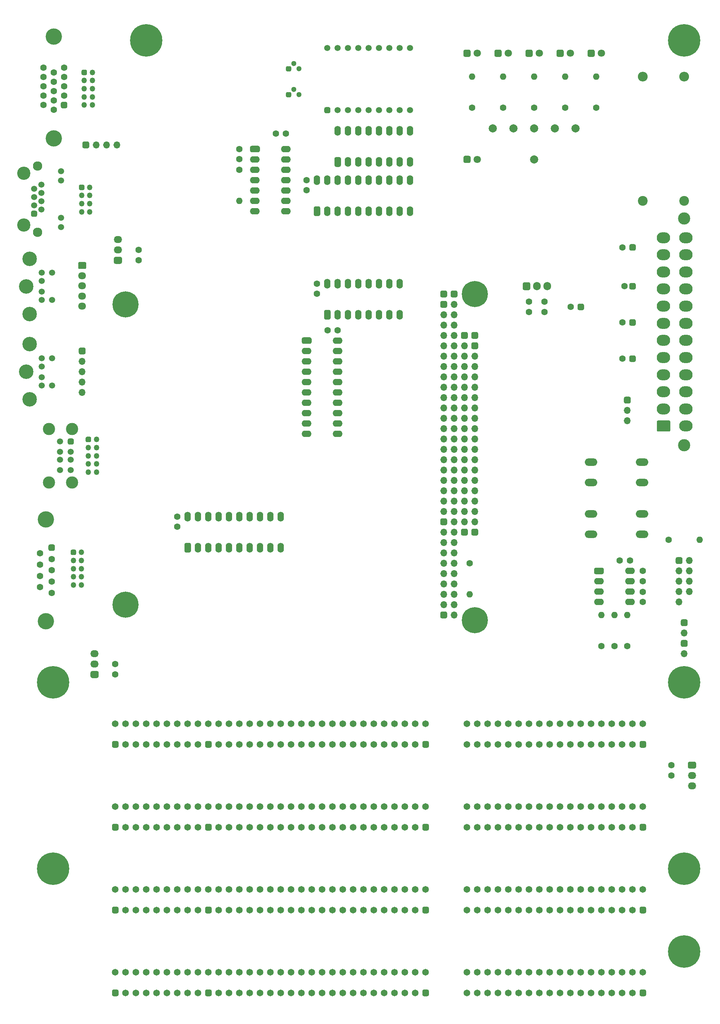
<source format=gbr>
%TF.GenerationSoftware,KiCad,Pcbnew,(5.1.10)-1*%
%TF.CreationDate,2021-11-29T02:04:30-08:00*%
%TF.ProjectId,matx-pc104,6d617478-2d70-4633-9130-342e6b696361,rev?*%
%TF.SameCoordinates,PX18392c0PYda028c0*%
%TF.FileFunction,Soldermask,Bot*%
%TF.FilePolarity,Negative*%
%FSLAX46Y46*%
G04 Gerber Fmt 4.6, Leading zero omitted, Abs format (unit mm)*
G04 Created by KiCad (PCBNEW (5.1.10)-1) date 2021-11-29 02:04:30*
%MOMM*%
%LPD*%
G01*
G04 APERTURE LIST*
%ADD10O,2.400000X2.400000*%
%ADD11C,2.400000*%
%ADD12C,1.600000*%
%ADD13O,1.700000X1.700000*%
%ADD14C,4.000000*%
%ADD15C,1.509000*%
%ADD16C,3.555000*%
%ADD17O,1.600000X1.600000*%
%ADD18C,1.800000*%
%ADD19O,1.350000X1.350000*%
%ADD20O,1.950000X1.700000*%
%ADD21C,2.000000*%
%ADD22O,2.400000X1.600000*%
%ADD23C,3.000000*%
%ADD24C,1.500000*%
%ADD25C,2.300000*%
%ADD26C,3.250000*%
%ADD27O,1.600000X2.400000*%
%ADD28C,1.300000*%
%ADD29O,2.030000X1.730000*%
%ADD30O,3.048000X1.850000*%
%ADD31O,1.905000X2.000000*%
%ADD32C,6.400000*%
%ADD33C,1.651000*%
%ADD34O,3.300000X2.700000*%
%ADD35C,7.924800*%
G04 APERTURE END LIST*
D10*
%TO.C,R13*%
X154940000Y194310000D03*
D11*
X154940000Y163830000D03*
%TD*%
D10*
%TO.C,R12*%
X144780000Y194310000D03*
D11*
X144780000Y163830000D03*
%TD*%
D12*
%TO.C,C14*%
X62230000Y168910000D03*
X62230000Y166410000D03*
%TD*%
D13*
%TO.C,J10*%
X154940000Y52705000D03*
G36*
G01*
X154090000Y54820000D02*
X154090000Y55670000D01*
G75*
G02*
X154515000Y56095000I425000J0D01*
G01*
X155365000Y56095000D01*
G75*
G02*
X155790000Y55670000I0J-425000D01*
G01*
X155790000Y54820000D01*
G75*
G02*
X155365000Y54395000I-425000J0D01*
G01*
X154515000Y54395000D01*
G75*
G02*
X154090000Y54820000I0J425000D01*
G01*
G37*
%TD*%
%TO.C,J14*%
G36*
G01*
X2267000Y188125000D02*
X3067000Y188125000D01*
G75*
G02*
X3467000Y187725000I0J-400000D01*
G01*
X3467000Y186925000D01*
G75*
G02*
X3067000Y186525000I-400000J0D01*
G01*
X2267000Y186525000D01*
G75*
G02*
X1867000Y186925000I0J400000D01*
G01*
X1867000Y187725000D01*
G75*
G02*
X2267000Y188125000I400000J0D01*
G01*
G37*
D12*
X2667000Y189615000D03*
X2667000Y191905000D03*
X2667000Y194195000D03*
X2667000Y196485000D03*
X127000Y186180000D03*
X127000Y188470000D03*
X127000Y190760000D03*
X127000Y193050000D03*
X127000Y195340000D03*
X-2413000Y187325000D03*
X-2413000Y189615000D03*
X-2413000Y191905000D03*
X-2413000Y194195000D03*
X-2413000Y196485000D03*
D14*
X167000Y204140000D03*
X167000Y179140000D03*
%TD*%
D15*
%TO.C,J19*%
X-2794000Y144145000D03*
X-2794000Y141545000D03*
X-2794000Y146195000D03*
X-2794000Y139495000D03*
X-304000Y146195000D03*
X-304000Y139495000D03*
D16*
X-6604000Y142845000D03*
X-5794000Y136085000D03*
X-5794000Y149605000D03*
%TD*%
D15*
%TO.C,J21*%
X-2794000Y123190000D03*
X-2794000Y120590000D03*
X-2794000Y125240000D03*
X-2794000Y118540000D03*
X-304000Y125240000D03*
X-304000Y118540000D03*
D16*
X-6604000Y121890000D03*
X-5794000Y115130000D03*
X-5794000Y128650000D03*
%TD*%
D12*
%TO.C,R11*%
X102235000Y74930000D03*
D17*
X102235000Y67310000D03*
%TD*%
%TO.C,D6*%
G36*
G01*
X100700000Y173540000D02*
X100700000Y174440000D01*
G75*
G02*
X101150000Y174890000I450000J0D01*
G01*
X102050000Y174890000D01*
G75*
G02*
X102500000Y174440000I0J-450000D01*
G01*
X102500000Y173540000D01*
G75*
G02*
X102050000Y173090000I-450000J0D01*
G01*
X101150000Y173090000D01*
G75*
G02*
X100700000Y173540000I0J450000D01*
G01*
G37*
D18*
X104140000Y173990000D03*
%TD*%
%TO.C,J16*%
G36*
G01*
X8426000Y176696000D02*
X7576000Y176696000D01*
G75*
G02*
X7151000Y177121000I0J425000D01*
G01*
X7151000Y177971000D01*
G75*
G02*
X7576000Y178396000I425000J0D01*
G01*
X8426000Y178396000D01*
G75*
G02*
X8851000Y177971000I0J-425000D01*
G01*
X8851000Y177121000D01*
G75*
G02*
X8426000Y176696000I-425000J0D01*
G01*
G37*
D13*
X10541000Y177546000D03*
X13081000Y177546000D03*
X15621000Y177546000D03*
%TD*%
%TO.C,J26*%
G36*
G01*
X4278000Y77259500D02*
X4278000Y77934500D01*
G75*
G02*
X4615500Y78272000I337500J0D01*
G01*
X5290500Y78272000D01*
G75*
G02*
X5628000Y77934500I0J-337500D01*
G01*
X5628000Y77259500D01*
G75*
G02*
X5290500Y76922000I-337500J0D01*
G01*
X4615500Y76922000D01*
G75*
G02*
X4278000Y77259500I0J337500D01*
G01*
G37*
D19*
X6953000Y77597000D03*
X4953000Y75597000D03*
X6953000Y75597000D03*
X4953000Y73597000D03*
X6953000Y73597000D03*
X4953000Y71597000D03*
X6953000Y71597000D03*
X4953000Y69597000D03*
X6953000Y69597000D03*
%TD*%
%TO.C,J24*%
X10636000Y97283000D03*
X8636000Y97283000D03*
X10636000Y99283000D03*
X8636000Y99283000D03*
X10636000Y101283000D03*
X8636000Y101283000D03*
X10636000Y103283000D03*
X8636000Y103283000D03*
X10636000Y105283000D03*
G36*
G01*
X7961000Y104945500D02*
X7961000Y105620500D01*
G75*
G02*
X8298500Y105958000I337500J0D01*
G01*
X8973500Y105958000D01*
G75*
G02*
X9311000Y105620500I0J-337500D01*
G01*
X9311000Y104945500D01*
G75*
G02*
X8973500Y104608000I-337500J0D01*
G01*
X8298500Y104608000D01*
G75*
G02*
X7961000Y104945500I0J337500D01*
G01*
G37*
%TD*%
%TO.C,J22*%
G36*
G01*
X6262000Y126575000D02*
X6262000Y127425000D01*
G75*
G02*
X6687000Y127850000I425000J0D01*
G01*
X7537000Y127850000D01*
G75*
G02*
X7962000Y127425000I0J-425000D01*
G01*
X7962000Y126575000D01*
G75*
G02*
X7537000Y126150000I-425000J0D01*
G01*
X6687000Y126150000D01*
G75*
G02*
X6262000Y126575000I0J425000D01*
G01*
G37*
D13*
X7112000Y124460000D03*
X7112000Y121920000D03*
X7112000Y119380000D03*
X7112000Y116840000D03*
%TD*%
%TO.C,J20*%
G36*
G01*
X6387000Y148805000D02*
X7837000Y148805000D01*
G75*
G02*
X8087000Y148555000I0J-250000D01*
G01*
X8087000Y147355000D01*
G75*
G02*
X7837000Y147105000I-250000J0D01*
G01*
X6387000Y147105000D01*
G75*
G02*
X6137000Y147355000I0J250000D01*
G01*
X6137000Y148555000D01*
G75*
G02*
X6387000Y148805000I250000J0D01*
G01*
G37*
D20*
X7112000Y145455000D03*
X7112000Y142955000D03*
X7112000Y140455000D03*
X7112000Y137955000D03*
%TD*%
%TO.C,J18*%
G36*
G01*
X6310000Y166794500D02*
X6310000Y167469500D01*
G75*
G02*
X6647500Y167807000I337500J0D01*
G01*
X7322500Y167807000D01*
G75*
G02*
X7660000Y167469500I0J-337500D01*
G01*
X7660000Y166794500D01*
G75*
G02*
X7322500Y166457000I-337500J0D01*
G01*
X6647500Y166457000D01*
G75*
G02*
X6310000Y166794500I0J337500D01*
G01*
G37*
D19*
X8985000Y167132000D03*
X6985000Y165132000D03*
X8985000Y165132000D03*
X6985000Y163132000D03*
X8985000Y163132000D03*
X6985000Y161132000D03*
X8985000Y161132000D03*
%TD*%
%TO.C,J15*%
G36*
G01*
X6945000Y194988500D02*
X6945000Y195663500D01*
G75*
G02*
X7282500Y196001000I337500J0D01*
G01*
X7957500Y196001000D01*
G75*
G02*
X8295000Y195663500I0J-337500D01*
G01*
X8295000Y194988500D01*
G75*
G02*
X7957500Y194651000I-337500J0D01*
G01*
X7282500Y194651000D01*
G75*
G02*
X6945000Y194988500I0J337500D01*
G01*
G37*
X9620000Y195326000D03*
X7620000Y193326000D03*
X9620000Y193326000D03*
X7620000Y191326000D03*
X9620000Y191326000D03*
X7620000Y189326000D03*
X9620000Y189326000D03*
X7620000Y187326000D03*
X9620000Y187326000D03*
%TD*%
%TO.C,J25*%
G36*
G01*
X-781000Y79540000D02*
X19000Y79540000D01*
G75*
G02*
X419000Y79140000I0J-400000D01*
G01*
X419000Y78340000D01*
G75*
G02*
X19000Y77940000I-400000J0D01*
G01*
X-781000Y77940000D01*
G75*
G02*
X-1181000Y78340000I0J400000D01*
G01*
X-1181000Y79140000D01*
G75*
G02*
X-781000Y79540000I400000J0D01*
G01*
G37*
D12*
X-381000Y75970000D03*
X-381000Y73200000D03*
X-381000Y70430000D03*
X-381000Y67660000D03*
X-3221000Y77355000D03*
X-3221000Y74585000D03*
X-3221000Y71815000D03*
X-3221000Y69045000D03*
D14*
X-1801000Y85700000D03*
X-1801000Y60700000D03*
%TD*%
D21*
%TO.C,TP5*%
X128270000Y181610000D03*
%TD*%
%TO.C,TP4*%
X123190000Y181610000D03*
%TD*%
%TO.C,TP3*%
X118110000Y181610000D03*
%TD*%
%TO.C,TP2*%
X113030000Y181610000D03*
%TD*%
%TO.C,TP1*%
X107950000Y181610000D03*
%TD*%
%TO.C,TP6*%
X118110000Y173990000D03*
%TD*%
D22*
%TO.C,U7*%
X57150000Y176530000D03*
X49530000Y161290000D03*
X57150000Y173990000D03*
X49530000Y163830000D03*
X57150000Y171450000D03*
X49530000Y166370000D03*
X57150000Y168910000D03*
X49530000Y168910000D03*
X57150000Y166370000D03*
X49530000Y171450000D03*
X57150000Y163830000D03*
X49530000Y173990000D03*
X57150000Y161290000D03*
G36*
G01*
X48330000Y176130000D02*
X48330000Y176930000D01*
G75*
G02*
X48730000Y177330000I400000J0D01*
G01*
X50330000Y177330000D01*
G75*
G02*
X50730000Y176930000I0J-400000D01*
G01*
X50730000Y176130000D01*
G75*
G02*
X50330000Y175730000I-400000J0D01*
G01*
X48730000Y175730000D01*
G75*
G02*
X48330000Y176130000I0J400000D01*
G01*
G37*
%TD*%
D12*
%TO.C,R10*%
X45720000Y171450000D03*
D17*
X45720000Y163830000D03*
%TD*%
D12*
%TO.C,C16*%
X57150000Y180340000D03*
X54650000Y180340000D03*
%TD*%
%TO.C,C15*%
X45720000Y176530000D03*
X45720000Y174030000D03*
%TD*%
%TO.C,J8*%
G36*
G01*
X152820000Y75140000D02*
X152820000Y75990000D01*
G75*
G02*
X153245000Y76415000I425000J0D01*
G01*
X154095000Y76415000D01*
G75*
G02*
X154520000Y75990000I0J-425000D01*
G01*
X154520000Y75140000D01*
G75*
G02*
X154095000Y74715000I-425000J0D01*
G01*
X153245000Y74715000D01*
G75*
G02*
X152820000Y75140000I0J425000D01*
G01*
G37*
D13*
X156210000Y75565000D03*
X153670000Y73025000D03*
X156210000Y73025000D03*
X153670000Y70485000D03*
X156210000Y70485000D03*
X153670000Y67945000D03*
X156210000Y67945000D03*
X153670000Y65405000D03*
%TD*%
%TO.C,U4*%
G36*
G01*
X61030000Y129140000D02*
X61030000Y129940000D01*
G75*
G02*
X61430000Y130340000I400000J0D01*
G01*
X63030000Y130340000D01*
G75*
G02*
X63430000Y129940000I0J-400000D01*
G01*
X63430000Y129140000D01*
G75*
G02*
X63030000Y128740000I-400000J0D01*
G01*
X61430000Y128740000D01*
G75*
G02*
X61030000Y129140000I0J400000D01*
G01*
G37*
D22*
X69850000Y106680000D03*
X62230000Y127000000D03*
X69850000Y109220000D03*
X62230000Y124460000D03*
X69850000Y111760000D03*
X62230000Y121920000D03*
X69850000Y114300000D03*
X62230000Y119380000D03*
X69850000Y116840000D03*
X62230000Y116840000D03*
X69850000Y119380000D03*
X62230000Y114300000D03*
X69850000Y121920000D03*
X62230000Y111760000D03*
X69850000Y124460000D03*
X62230000Y109220000D03*
X69850000Y127000000D03*
X62230000Y106680000D03*
X69850000Y129540000D03*
%TD*%
%TO.C,JP1*%
G36*
G01*
X140120000Y114510000D02*
X140120000Y115360000D01*
G75*
G02*
X140545000Y115785000I425000J0D01*
G01*
X141395000Y115785000D01*
G75*
G02*
X141820000Y115360000I0J-425000D01*
G01*
X141820000Y114510000D01*
G75*
G02*
X141395000Y114085000I-425000J0D01*
G01*
X140545000Y114085000D01*
G75*
G02*
X140120000Y114510000I0J425000D01*
G01*
G37*
D13*
X140970000Y112395000D03*
X140970000Y109855000D03*
%TD*%
D23*
%TO.C,J23*%
X4668000Y94705000D03*
X4668000Y107845000D03*
G36*
G01*
X3943000Y105525000D02*
X4693000Y105525000D01*
G75*
G02*
X5068000Y105150000I0J-375000D01*
G01*
X5068000Y104400000D01*
G75*
G02*
X4693000Y104025000I-375000J0D01*
G01*
X3943000Y104025000D01*
G75*
G02*
X3568000Y104400000I0J375000D01*
G01*
X3568000Y105150000D01*
G75*
G02*
X3943000Y105525000I375000J0D01*
G01*
G37*
D24*
X4318000Y102275000D03*
X4318000Y100275000D03*
X4318000Y97775000D03*
D23*
X-1012000Y107845000D03*
X-1012000Y94705000D03*
D24*
X1698000Y104775000D03*
X1698000Y102275000D03*
X1698000Y100275000D03*
X1698000Y97775000D03*
%TD*%
%TO.C,J17*%
X1909000Y171075000D03*
X1909000Y168785000D03*
X1909000Y159645000D03*
X1909000Y157355000D03*
D25*
X-3801000Y156085000D03*
X-3801000Y172345000D03*
D26*
X-7231000Y170565000D03*
X-7231000Y157865000D03*
D24*
X-2911000Y167767000D03*
X-2911000Y165735000D03*
X-2911000Y163703000D03*
X-2911000Y161671000D03*
X-4691000Y166751000D03*
X-4691000Y164719000D03*
X-4691000Y162687000D03*
G36*
G01*
X-4316000Y159905000D02*
X-5066000Y159905000D01*
G75*
G02*
X-5441000Y160280000I0J375000D01*
G01*
X-5441000Y161030000D01*
G75*
G02*
X-5066000Y161405000I375000J0D01*
G01*
X-4316000Y161405000D01*
G75*
G02*
X-3941000Y161030000I0J-375000D01*
G01*
X-3941000Y160280000D01*
G75*
G02*
X-4316000Y159905000I-375000J0D01*
G01*
G37*
%TD*%
D27*
%TO.C,RN1*%
X69850000Y180975000D03*
X87630000Y173355000D03*
X72390000Y180975000D03*
X85090000Y173355000D03*
X74930000Y180975000D03*
X82550000Y173355000D03*
X77470000Y180975000D03*
X80010000Y173355000D03*
X80010000Y180975000D03*
X77470000Y173355000D03*
X82550000Y180975000D03*
X74930000Y173355000D03*
X85090000Y180975000D03*
X72390000Y173355000D03*
X87630000Y180975000D03*
G36*
G01*
X70250000Y172155000D02*
X69450000Y172155000D01*
G75*
G02*
X69050000Y172555000I0J400000D01*
G01*
X69050000Y174155000D01*
G75*
G02*
X69450000Y174555000I400000J0D01*
G01*
X70250000Y174555000D01*
G75*
G02*
X70650000Y174155000I0J-400000D01*
G01*
X70650000Y172555000D01*
G75*
G02*
X70250000Y172155000I-400000J0D01*
G01*
G37*
%TD*%
%TO.C,Q2*%
G36*
G01*
X57135000Y189540000D02*
X57135000Y190190000D01*
G75*
G02*
X57460000Y190515000I325000J0D01*
G01*
X58110000Y190515000D01*
G75*
G02*
X58435000Y190190000I0J-325000D01*
G01*
X58435000Y189540000D01*
G75*
G02*
X58110000Y189215000I-325000J0D01*
G01*
X57460000Y189215000D01*
G75*
G02*
X57135000Y189540000I0J325000D01*
G01*
G37*
D28*
X60325000Y189865000D03*
X59055000Y191135000D03*
%TD*%
%TO.C,Q1*%
G36*
G01*
X57135000Y195890000D02*
X57135000Y196540000D01*
G75*
G02*
X57460000Y196865000I325000J0D01*
G01*
X58110000Y196865000D01*
G75*
G02*
X58435000Y196540000I0J-325000D01*
G01*
X58435000Y195890000D01*
G75*
G02*
X58110000Y195565000I-325000J0D01*
G01*
X57460000Y195565000D01*
G75*
G02*
X57135000Y195890000I0J325000D01*
G01*
G37*
X60325000Y196215000D03*
X59055000Y197485000D03*
%TD*%
D27*
%TO.C,U6*%
X64770000Y168910000D03*
X87630000Y161290000D03*
X67310000Y168910000D03*
X85090000Y161290000D03*
X69850000Y168910000D03*
X82550000Y161290000D03*
X72390000Y168910000D03*
X80010000Y161290000D03*
X74930000Y168910000D03*
X77470000Y161290000D03*
X77470000Y168910000D03*
X74930000Y161290000D03*
X80010000Y168910000D03*
X72390000Y161290000D03*
X82550000Y168910000D03*
X69850000Y161290000D03*
X85090000Y168910000D03*
X67310000Y161290000D03*
X87630000Y168910000D03*
G36*
G01*
X65170000Y160090000D02*
X64370000Y160090000D01*
G75*
G02*
X63970000Y160490000I0J400000D01*
G01*
X63970000Y162090000D01*
G75*
G02*
X64370000Y162490000I400000J0D01*
G01*
X65170000Y162490000D01*
G75*
G02*
X65570000Y162090000I0J-400000D01*
G01*
X65570000Y160490000D01*
G75*
G02*
X65170000Y160090000I-400000J0D01*
G01*
G37*
%TD*%
D12*
%TO.C,C22*%
X151765000Y25360000D03*
X151765000Y22860000D03*
%TD*%
%TO.C,C21*%
X15240000Y47665000D03*
X15240000Y50165000D03*
%TD*%
%TO.C,C20*%
X20955000Y149265000D03*
X20955000Y151765000D03*
%TD*%
%TO.C,C13*%
X30480000Y86360000D03*
X30480000Y83860000D03*
%TD*%
%TO.C,C12*%
X67350000Y132080000D03*
X69850000Y132080000D03*
%TD*%
%TO.C,C11*%
X64770000Y141010000D03*
X64770000Y143510000D03*
%TD*%
%TO.C,J12*%
G36*
G01*
X11175000Y48057500D02*
X11175000Y47192500D01*
G75*
G02*
X10742500Y46760000I-432500J0D01*
G01*
X9577500Y46760000D01*
G75*
G02*
X9145000Y47192500I0J432500D01*
G01*
X9145000Y48057500D01*
G75*
G02*
X9577500Y48490000I432500J0D01*
G01*
X10742500Y48490000D01*
G75*
G02*
X11175000Y48057500I0J-432500D01*
G01*
G37*
D29*
X10160000Y50165000D03*
X10160000Y52705000D03*
%TD*%
D24*
%TO.C,U8*%
X67310000Y201295000D03*
X69850000Y201295000D03*
X72390000Y201295000D03*
X74930000Y201295000D03*
X77470000Y201295000D03*
X80010000Y201295000D03*
X82550000Y201295000D03*
X85090000Y201295000D03*
X87630000Y201295000D03*
X87630000Y186055000D03*
X85090000Y186055000D03*
X82550000Y186055000D03*
X80010000Y186055000D03*
X77470000Y186055000D03*
X74930000Y186055000D03*
X72390000Y186055000D03*
X69850000Y186055000D03*
G36*
G01*
X67685000Y185305000D02*
X66935000Y185305000D01*
G75*
G02*
X66560000Y185680000I0J375000D01*
G01*
X66560000Y186430000D01*
G75*
G02*
X66935000Y186805000I375000J0D01*
G01*
X67685000Y186805000D01*
G75*
G02*
X68060000Y186430000I0J-375000D01*
G01*
X68060000Y185680000D01*
G75*
G02*
X67685000Y185305000I-375000J0D01*
G01*
G37*
%TD*%
%TO.C,U2*%
G36*
G01*
X132785000Y72625000D02*
X132785000Y73425000D01*
G75*
G02*
X133185000Y73825000I400000J0D01*
G01*
X134785000Y73825000D01*
G75*
G02*
X135185000Y73425000I0J-400000D01*
G01*
X135185000Y72625000D01*
G75*
G02*
X134785000Y72225000I-400000J0D01*
G01*
X133185000Y72225000D01*
G75*
G02*
X132785000Y72625000I0J400000D01*
G01*
G37*
D22*
X141605000Y65405000D03*
X133985000Y70485000D03*
X141605000Y67945000D03*
X133985000Y67945000D03*
X141605000Y70485000D03*
X133985000Y65405000D03*
X141605000Y73025000D03*
%TD*%
D30*
%TO.C,SW2*%
X144580000Y86995000D03*
X144580000Y81995000D03*
X132080000Y86995000D03*
X132080000Y81995000D03*
%TD*%
%TO.C,SW1*%
X132080000Y94695000D03*
X132080000Y99695000D03*
X144580000Y94695000D03*
X144580000Y99695000D03*
%TD*%
D17*
%TO.C,R9*%
X158750000Y80645000D03*
D12*
X151130000Y80645000D03*
%TD*%
D17*
%TO.C,R3*%
X140970000Y62230000D03*
D12*
X140970000Y54610000D03*
%TD*%
D17*
%TO.C,R2*%
X134620000Y62230000D03*
D12*
X134620000Y54610000D03*
%TD*%
D17*
%TO.C,R1*%
X137795000Y62230000D03*
D12*
X137795000Y54610000D03*
%TD*%
%TO.C,J9*%
G36*
G01*
X154090000Y59900000D02*
X154090000Y60750000D01*
G75*
G02*
X154515000Y61175000I425000J0D01*
G01*
X155365000Y61175000D01*
G75*
G02*
X155790000Y60750000I0J-425000D01*
G01*
X155790000Y59900000D01*
G75*
G02*
X155365000Y59475000I-425000J0D01*
G01*
X154515000Y59475000D01*
G75*
G02*
X154090000Y59900000I0J425000D01*
G01*
G37*
D13*
X154940000Y57785000D03*
%TD*%
D12*
%TO.C,C10*%
X144780000Y65405000D03*
X144780000Y67905000D03*
%TD*%
%TO.C,C9*%
X141605000Y75565000D03*
X139105000Y75565000D03*
%TD*%
%TO.C,C8*%
X144780000Y70525000D03*
X144780000Y73025000D03*
%TD*%
D27*
%TO.C,U5*%
X33020000Y86360000D03*
X55880000Y78740000D03*
X35560000Y86360000D03*
X53340000Y78740000D03*
X38100000Y86360000D03*
X50800000Y78740000D03*
X40640000Y86360000D03*
X48260000Y78740000D03*
X43180000Y86360000D03*
X45720000Y78740000D03*
X45720000Y86360000D03*
X43180000Y78740000D03*
X48260000Y86360000D03*
X40640000Y78740000D03*
X50800000Y86360000D03*
X38100000Y78740000D03*
X53340000Y86360000D03*
X35560000Y78740000D03*
X55880000Y86360000D03*
G36*
G01*
X33420000Y77540000D02*
X32620000Y77540000D01*
G75*
G02*
X32220000Y77940000I0J400000D01*
G01*
X32220000Y79540000D01*
G75*
G02*
X32620000Y79940000I400000J0D01*
G01*
X33420000Y79940000D01*
G75*
G02*
X33820000Y79540000I0J-400000D01*
G01*
X33820000Y77940000D01*
G75*
G02*
X33420000Y77540000I-400000J0D01*
G01*
G37*
%TD*%
%TO.C,U3*%
X67310000Y143510000D03*
X85090000Y135890000D03*
X69850000Y143510000D03*
X82550000Y135890000D03*
X72390000Y143510000D03*
X80010000Y135890000D03*
X74930000Y143510000D03*
X77470000Y135890000D03*
X77470000Y143510000D03*
X74930000Y135890000D03*
X80010000Y143510000D03*
X72390000Y135890000D03*
X82550000Y143510000D03*
X69850000Y135890000D03*
X85090000Y143510000D03*
G36*
G01*
X67710000Y134690000D02*
X66910000Y134690000D01*
G75*
G02*
X66510000Y135090000I0J400000D01*
G01*
X66510000Y136690000D01*
G75*
G02*
X66910000Y137090000I400000J0D01*
G01*
X67710000Y137090000D01*
G75*
G02*
X68110000Y136690000I0J-400000D01*
G01*
X68110000Y135090000D01*
G75*
G02*
X67710000Y134690000I-400000J0D01*
G01*
G37*
%TD*%
D12*
%TO.C,R8*%
X133350000Y186690000D03*
D17*
X133350000Y194310000D03*
%TD*%
D12*
%TO.C,R7*%
X125730000Y186690000D03*
D17*
X125730000Y194310000D03*
%TD*%
D12*
%TO.C,R6*%
X118110000Y186690000D03*
D17*
X118110000Y194310000D03*
%TD*%
D12*
%TO.C,R5*%
X110490000Y186690000D03*
D17*
X110490000Y194310000D03*
%TD*%
D12*
%TO.C,R4*%
X102870000Y186690000D03*
D17*
X102870000Y194310000D03*
%TD*%
%TO.C,J13*%
G36*
G01*
X155830000Y24967500D02*
X155830000Y25832500D01*
G75*
G02*
X156262500Y26265000I432500J0D01*
G01*
X157427500Y26265000D01*
G75*
G02*
X157860000Y25832500I0J-432500D01*
G01*
X157860000Y24967500D01*
G75*
G02*
X157427500Y24535000I-432500J0D01*
G01*
X156262500Y24535000D01*
G75*
G02*
X155830000Y24967500I0J432500D01*
G01*
G37*
D29*
X156845000Y22860000D03*
X156845000Y20320000D03*
%TD*%
%TO.C,J11*%
G36*
G01*
X16890000Y149657500D02*
X16890000Y148792500D01*
G75*
G02*
X16457500Y148360000I-432500J0D01*
G01*
X15292500Y148360000D01*
G75*
G02*
X14860000Y148792500I0J432500D01*
G01*
X14860000Y149657500D01*
G75*
G02*
X15292500Y150090000I432500J0D01*
G01*
X16457500Y150090000D01*
G75*
G02*
X16890000Y149657500I0J-432500D01*
G01*
G37*
X15875000Y151765000D03*
X15875000Y154305000D03*
%TD*%
%TO.C,D5*%
G36*
G01*
X131180000Y199575000D02*
X131180000Y200475000D01*
G75*
G02*
X131630000Y200925000I450000J0D01*
G01*
X132530000Y200925000D01*
G75*
G02*
X132980000Y200475000I0J-450000D01*
G01*
X132980000Y199575000D01*
G75*
G02*
X132530000Y199125000I-450000J0D01*
G01*
X131630000Y199125000D01*
G75*
G02*
X131180000Y199575000I0J450000D01*
G01*
G37*
D18*
X134620000Y200025000D03*
%TD*%
%TO.C,D4*%
G36*
G01*
X123560000Y199575000D02*
X123560000Y200475000D01*
G75*
G02*
X124010000Y200925000I450000J0D01*
G01*
X124910000Y200925000D01*
G75*
G02*
X125360000Y200475000I0J-450000D01*
G01*
X125360000Y199575000D01*
G75*
G02*
X124910000Y199125000I-450000J0D01*
G01*
X124010000Y199125000D01*
G75*
G02*
X123560000Y199575000I0J450000D01*
G01*
G37*
X127000000Y200025000D03*
%TD*%
%TO.C,D3*%
G36*
G01*
X115940000Y199575000D02*
X115940000Y200475000D01*
G75*
G02*
X116390000Y200925000I450000J0D01*
G01*
X117290000Y200925000D01*
G75*
G02*
X117740000Y200475000I0J-450000D01*
G01*
X117740000Y199575000D01*
G75*
G02*
X117290000Y199125000I-450000J0D01*
G01*
X116390000Y199125000D01*
G75*
G02*
X115940000Y199575000I0J450000D01*
G01*
G37*
X119380000Y200025000D03*
%TD*%
%TO.C,D2*%
G36*
G01*
X108320000Y199575000D02*
X108320000Y200475000D01*
G75*
G02*
X108770000Y200925000I450000J0D01*
G01*
X109670000Y200925000D01*
G75*
G02*
X110120000Y200475000I0J-450000D01*
G01*
X110120000Y199575000D01*
G75*
G02*
X109670000Y199125000I-450000J0D01*
G01*
X108770000Y199125000D01*
G75*
G02*
X108320000Y199575000I0J450000D01*
G01*
G37*
X111760000Y200025000D03*
%TD*%
%TO.C,D1*%
G36*
G01*
X100700000Y199575000D02*
X100700000Y200475000D01*
G75*
G02*
X101150000Y200925000I450000J0D01*
G01*
X102050000Y200925000D01*
G75*
G02*
X102500000Y200475000I0J-450000D01*
G01*
X102500000Y199575000D01*
G75*
G02*
X102050000Y199125000I-450000J0D01*
G01*
X101150000Y199125000D01*
G75*
G02*
X100700000Y199575000I0J450000D01*
G01*
G37*
X104140000Y200025000D03*
%TD*%
D12*
%TO.C,C4*%
X139740000Y125095000D03*
G36*
G01*
X143040000Y125495000D02*
X143040000Y124695000D01*
G75*
G02*
X142640000Y124295000I-400000J0D01*
G01*
X141840000Y124295000D01*
G75*
G02*
X141440000Y124695000I0J400000D01*
G01*
X141440000Y125495000D01*
G75*
G02*
X141840000Y125895000I400000J0D01*
G01*
X142640000Y125895000D01*
G75*
G02*
X143040000Y125495000I0J-400000D01*
G01*
G37*
%TD*%
%TO.C,C3*%
X140240000Y142875000D03*
G36*
G01*
X143040000Y143275000D02*
X143040000Y142475000D01*
G75*
G02*
X142640000Y142075000I-400000J0D01*
G01*
X141840000Y142075000D01*
G75*
G02*
X141440000Y142475000I0J400000D01*
G01*
X141440000Y143275000D01*
G75*
G02*
X141840000Y143675000I400000J0D01*
G01*
X142640000Y143675000D01*
G75*
G02*
X143040000Y143275000I0J-400000D01*
G01*
G37*
%TD*%
D31*
%TO.C,U1*%
X121285000Y142875000D03*
X118745000Y142875000D03*
G36*
G01*
X115252500Y142351250D02*
X115252500Y143398750D01*
G75*
G02*
X115728750Y143875000I476250J0D01*
G01*
X116681250Y143875000D01*
G75*
G02*
X117157500Y143398750I0J-476250D01*
G01*
X117157500Y142351250D01*
G75*
G02*
X116681250Y141875000I-476250J0D01*
G01*
X115728750Y141875000D01*
G75*
G02*
X115252500Y142351250I0J476250D01*
G01*
G37*
%TD*%
%TO.C,C7*%
G36*
G01*
X130340000Y138195000D02*
X130340000Y137395000D01*
G75*
G02*
X129940000Y136995000I-400000J0D01*
G01*
X129140000Y136995000D01*
G75*
G02*
X128740000Y137395000I0J400000D01*
G01*
X128740000Y138195000D01*
G75*
G02*
X129140000Y138595000I400000J0D01*
G01*
X129940000Y138595000D01*
G75*
G02*
X130340000Y138195000I0J-400000D01*
G01*
G37*
D12*
X127040000Y137795000D03*
%TD*%
%TO.C,C6*%
X120650000Y136565000D03*
X120650000Y139065000D03*
%TD*%
%TO.C,C5*%
X116840000Y136565000D03*
X116840000Y139065000D03*
%TD*%
%TO.C,C2*%
X139740000Y133985000D03*
G36*
G01*
X143040000Y134385000D02*
X143040000Y133585000D01*
G75*
G02*
X142640000Y133185000I-400000J0D01*
G01*
X141840000Y133185000D01*
G75*
G02*
X141440000Y133585000I0J400000D01*
G01*
X141440000Y134385000D01*
G75*
G02*
X141840000Y134785000I400000J0D01*
G01*
X142640000Y134785000D01*
G75*
G02*
X143040000Y134385000I0J-400000D01*
G01*
G37*
%TD*%
%TO.C,C1*%
X139740000Y152400000D03*
G36*
G01*
X143040000Y152800000D02*
X143040000Y152000000D01*
G75*
G02*
X142640000Y151600000I-400000J0D01*
G01*
X141840000Y151600000D01*
G75*
G02*
X141440000Y152000000I0J400000D01*
G01*
X141440000Y152800000D01*
G75*
G02*
X141840000Y153200000I400000J0D01*
G01*
X142640000Y153200000D01*
G75*
G02*
X143040000Y152800000I0J-400000D01*
G01*
G37*
%TD*%
%TO.C,J2*%
G36*
G01*
X99275000Y141395000D02*
X99275000Y140545000D01*
G75*
G02*
X98850000Y140120000I-425000J0D01*
G01*
X98000000Y140120000D01*
G75*
G02*
X97575000Y140545000I0J425000D01*
G01*
X97575000Y141395000D01*
G75*
G02*
X98000000Y141820000I425000J0D01*
G01*
X98850000Y141820000D01*
G75*
G02*
X99275000Y141395000I0J-425000D01*
G01*
G37*
G36*
G01*
X96735000Y141395000D02*
X96735000Y140545000D01*
G75*
G02*
X96310000Y140120000I-425000J0D01*
G01*
X95460000Y140120000D01*
G75*
G02*
X95035000Y140545000I0J425000D01*
G01*
X95035000Y141395000D01*
G75*
G02*
X95460000Y141820000I425000J0D01*
G01*
X96310000Y141820000D01*
G75*
G02*
X96735000Y141395000I0J-425000D01*
G01*
G37*
D13*
X98425000Y138430000D03*
G36*
G01*
X96735000Y138855000D02*
X96735000Y138005000D01*
G75*
G02*
X96310000Y137580000I-425000J0D01*
G01*
X95460000Y137580000D01*
G75*
G02*
X95035000Y138005000I0J425000D01*
G01*
X95035000Y138855000D01*
G75*
G02*
X95460000Y139280000I425000J0D01*
G01*
X96310000Y139280000D01*
G75*
G02*
X96735000Y138855000I0J-425000D01*
G01*
G37*
X98425000Y135890000D03*
X95885000Y135890000D03*
X98425000Y133350000D03*
X95885000Y133350000D03*
X98425000Y130810000D03*
X95885000Y130810000D03*
X98425000Y128270000D03*
X95885000Y128270000D03*
X98425000Y125730000D03*
X95885000Y125730000D03*
X98425000Y123190000D03*
X95885000Y123190000D03*
X98425000Y120650000D03*
X95885000Y120650000D03*
X98425000Y118110000D03*
X95885000Y118110000D03*
X98425000Y115570000D03*
X95885000Y115570000D03*
X98425000Y113030000D03*
X95885000Y113030000D03*
X98425000Y110490000D03*
X95885000Y110490000D03*
X98425000Y107950000D03*
X95885000Y107950000D03*
X98425000Y105410000D03*
X95885000Y105410000D03*
X98425000Y102870000D03*
X95885000Y102870000D03*
X98425000Y100330000D03*
X95885000Y100330000D03*
X98425000Y97790000D03*
X95885000Y97790000D03*
X98425000Y95250000D03*
X95885000Y95250000D03*
X98425000Y92710000D03*
X95885000Y92710000D03*
X98425000Y90170000D03*
X95885000Y90170000D03*
X98425000Y87630000D03*
X95885000Y87630000D03*
X98425000Y85090000D03*
G36*
G01*
X96735000Y85515000D02*
X96735000Y84665000D01*
G75*
G02*
X96310000Y84240000I-425000J0D01*
G01*
X95460000Y84240000D01*
G75*
G02*
X95035000Y84665000I0J425000D01*
G01*
X95035000Y85515000D01*
G75*
G02*
X95460000Y85940000I425000J0D01*
G01*
X96310000Y85940000D01*
G75*
G02*
X96735000Y85515000I0J-425000D01*
G01*
G37*
X98425000Y82550000D03*
X95885000Y82550000D03*
X98425000Y80010000D03*
X95885000Y80010000D03*
X98425000Y77470000D03*
X95885000Y77470000D03*
X98425000Y74930000D03*
X95885000Y74930000D03*
X98425000Y72390000D03*
X95885000Y72390000D03*
X98425000Y69850000D03*
X95885000Y69850000D03*
X98425000Y67310000D03*
X95885000Y67310000D03*
X98425000Y64770000D03*
X95885000Y64770000D03*
X98425000Y62230000D03*
G36*
G01*
X96735000Y62655000D02*
X96735000Y61805000D01*
G75*
G02*
X96310000Y61380000I-425000J0D01*
G01*
X95460000Y61380000D01*
G75*
G02*
X95035000Y61805000I0J425000D01*
G01*
X95035000Y62655000D01*
G75*
G02*
X95460000Y63080000I425000J0D01*
G01*
X96310000Y63080000D01*
G75*
G02*
X96735000Y62655000I0J-425000D01*
G01*
G37*
%TD*%
%TO.C,J3*%
G36*
G01*
X104355000Y131235000D02*
X104355000Y130385000D01*
G75*
G02*
X103930000Y129960000I-425000J0D01*
G01*
X103080000Y129960000D01*
G75*
G02*
X102655000Y130385000I0J425000D01*
G01*
X102655000Y131235000D01*
G75*
G02*
X103080000Y131660000I425000J0D01*
G01*
X103930000Y131660000D01*
G75*
G02*
X104355000Y131235000I0J-425000D01*
G01*
G37*
G36*
G01*
X101815000Y131235000D02*
X101815000Y130385000D01*
G75*
G02*
X101390000Y129960000I-425000J0D01*
G01*
X100540000Y129960000D01*
G75*
G02*
X100115000Y130385000I0J425000D01*
G01*
X100115000Y131235000D01*
G75*
G02*
X100540000Y131660000I425000J0D01*
G01*
X101390000Y131660000D01*
G75*
G02*
X101815000Y131235000I0J-425000D01*
G01*
G37*
G36*
G01*
X104355000Y128695000D02*
X104355000Y127845000D01*
G75*
G02*
X103930000Y127420000I-425000J0D01*
G01*
X103080000Y127420000D01*
G75*
G02*
X102655000Y127845000I0J425000D01*
G01*
X102655000Y128695000D01*
G75*
G02*
X103080000Y129120000I425000J0D01*
G01*
X103930000Y129120000D01*
G75*
G02*
X104355000Y128695000I0J-425000D01*
G01*
G37*
X100965000Y128270000D03*
X103505000Y125730000D03*
X100965000Y125730000D03*
X103505000Y123190000D03*
X100965000Y123190000D03*
X103505000Y120650000D03*
X100965000Y120650000D03*
X103505000Y118110000D03*
X100965000Y118110000D03*
X103505000Y115570000D03*
X100965000Y115570000D03*
X103505000Y113030000D03*
X100965000Y113030000D03*
X103505000Y110490000D03*
X100965000Y110490000D03*
X103505000Y107950000D03*
X100965000Y107950000D03*
X103505000Y105410000D03*
X100965000Y105410000D03*
X103505000Y102870000D03*
X100965000Y102870000D03*
X103505000Y100330000D03*
X100965000Y100330000D03*
X103505000Y97790000D03*
X100965000Y97790000D03*
X103505000Y95250000D03*
X100965000Y95250000D03*
X103505000Y92710000D03*
X100965000Y92710000D03*
X103505000Y90170000D03*
X100965000Y90170000D03*
X103505000Y87630000D03*
X100965000Y87630000D03*
X103505000Y85090000D03*
X100965000Y85090000D03*
G36*
G01*
X104355000Y82975000D02*
X104355000Y82125000D01*
G75*
G02*
X103930000Y81700000I-425000J0D01*
G01*
X103080000Y81700000D01*
G75*
G02*
X102655000Y82125000I0J425000D01*
G01*
X102655000Y82975000D01*
G75*
G02*
X103080000Y83400000I425000J0D01*
G01*
X103930000Y83400000D01*
G75*
G02*
X104355000Y82975000I0J-425000D01*
G01*
G37*
G36*
G01*
X101815000Y82975000D02*
X101815000Y82125000D01*
G75*
G02*
X101390000Y81700000I-425000J0D01*
G01*
X100540000Y81700000D01*
G75*
G02*
X100115000Y82125000I0J425000D01*
G01*
X100115000Y82975000D01*
G75*
G02*
X100540000Y83400000I425000J0D01*
G01*
X101390000Y83400000D01*
G75*
G02*
X101815000Y82975000I0J-425000D01*
G01*
G37*
%TD*%
D32*
%TO.C,H11*%
X103505000Y140970000D03*
%TD*%
%TO.C,H10*%
X17780000Y138430000D03*
%TD*%
%TO.C,H9*%
X17780000Y64770000D03*
%TD*%
%TO.C,H8*%
X103505000Y60960000D03*
%TD*%
D33*
%TO.C,J7*%
X144780000Y-25400000D03*
X142240000Y-25400000D03*
X139700000Y-25400000D03*
X137160000Y-25400000D03*
X134620000Y-25400000D03*
X132080000Y-25400000D03*
X129540000Y-25400000D03*
X127000000Y-25400000D03*
X124460000Y-25400000D03*
X121920000Y-25400000D03*
X119380000Y-25400000D03*
X116840000Y-25400000D03*
X114300000Y-25400000D03*
X111760000Y-25400000D03*
X109220000Y-25400000D03*
X106680000Y-25400000D03*
X104140000Y-25400000D03*
X101600000Y-25400000D03*
G36*
G01*
X143954500Y-30892750D02*
X143954500Y-30067250D01*
G75*
G02*
X144367250Y-29654500I412750J0D01*
G01*
X145192750Y-29654500D01*
G75*
G02*
X145605500Y-30067250I0J-412750D01*
G01*
X145605500Y-30892750D01*
G75*
G02*
X145192750Y-31305500I-412750J0D01*
G01*
X144367250Y-31305500D01*
G75*
G02*
X143954500Y-30892750I0J412750D01*
G01*
G37*
X142240000Y-30480000D03*
X139700000Y-30480000D03*
X137160000Y-30480000D03*
X134620000Y-30480000D03*
X132080000Y-30480000D03*
X129540000Y-30480000D03*
X127000000Y-30480000D03*
X124460000Y-30480000D03*
X121920000Y-30480000D03*
X119380000Y-30480000D03*
X116840000Y-30480000D03*
X114300000Y-30480000D03*
X111760000Y-30480000D03*
X109220000Y-30480000D03*
X106680000Y-30480000D03*
X104140000Y-30480000D03*
X101600000Y-30480000D03*
X91440000Y-25400000D03*
X88900000Y-25400000D03*
X86360000Y-25400000D03*
X83820000Y-25400000D03*
X81280000Y-25400000D03*
X78740000Y-25400000D03*
X76200000Y-25400000D03*
X73660000Y-25400000D03*
X71120000Y-25400000D03*
X68580000Y-25400000D03*
X66040000Y-25400000D03*
X63500000Y-25400000D03*
X60960000Y-25400000D03*
X58420000Y-25400000D03*
X55880000Y-25400000D03*
X53340000Y-25400000D03*
X50800000Y-25400000D03*
X48260000Y-25400000D03*
X45720000Y-25400000D03*
X43180000Y-25400000D03*
X40640000Y-25400000D03*
X38100000Y-25400000D03*
X35560000Y-25400000D03*
X33020000Y-25400000D03*
X30480000Y-25400000D03*
X27940000Y-25400000D03*
X25400000Y-25400000D03*
X22860000Y-25400000D03*
X20320000Y-25400000D03*
X17780000Y-25400000D03*
X15240000Y-25400000D03*
G36*
G01*
X90614500Y-30892750D02*
X90614500Y-30067250D01*
G75*
G02*
X91027250Y-29654500I412750J0D01*
G01*
X91852750Y-29654500D01*
G75*
G02*
X92265500Y-30067250I0J-412750D01*
G01*
X92265500Y-30892750D01*
G75*
G02*
X91852750Y-31305500I-412750J0D01*
G01*
X91027250Y-31305500D01*
G75*
G02*
X90614500Y-30892750I0J412750D01*
G01*
G37*
X88900000Y-30480000D03*
X86360000Y-30480000D03*
X83820000Y-30480000D03*
X81280000Y-30480000D03*
X78740000Y-30480000D03*
X76200000Y-30480000D03*
X73660000Y-30480000D03*
X71120000Y-30480000D03*
X68580000Y-30480000D03*
X66040000Y-30480000D03*
X63500000Y-30480000D03*
X60960000Y-30480000D03*
X58420000Y-30480000D03*
X55880000Y-30480000D03*
X53340000Y-30480000D03*
X50800000Y-30480000D03*
X48260000Y-30480000D03*
X45720000Y-30480000D03*
X43180000Y-30480000D03*
X40640000Y-30480000D03*
G36*
G01*
X37274500Y-30892750D02*
X37274500Y-30067250D01*
G75*
G02*
X37687250Y-29654500I412750J0D01*
G01*
X38512750Y-29654500D01*
G75*
G02*
X38925500Y-30067250I0J-412750D01*
G01*
X38925500Y-30892750D01*
G75*
G02*
X38512750Y-31305500I-412750J0D01*
G01*
X37687250Y-31305500D01*
G75*
G02*
X37274500Y-30892750I0J412750D01*
G01*
G37*
X35560000Y-30480000D03*
X33020000Y-30480000D03*
X30480000Y-30480000D03*
X27940000Y-30480000D03*
X25400000Y-30480000D03*
X22860000Y-30480000D03*
X20320000Y-30480000D03*
X17780000Y-30480000D03*
G36*
G01*
X14414500Y-30892750D02*
X14414500Y-30067250D01*
G75*
G02*
X14827250Y-29654500I412750J0D01*
G01*
X15652750Y-29654500D01*
G75*
G02*
X16065500Y-30067250I0J-412750D01*
G01*
X16065500Y-30892750D01*
G75*
G02*
X15652750Y-31305500I-412750J0D01*
G01*
X14827250Y-31305500D01*
G75*
G02*
X14414500Y-30892750I0J412750D01*
G01*
G37*
%TD*%
%TO.C,J6*%
X144780000Y-5080000D03*
X142240000Y-5080000D03*
X139700000Y-5080000D03*
X137160000Y-5080000D03*
X134620000Y-5080000D03*
X132080000Y-5080000D03*
X129540000Y-5080000D03*
X127000000Y-5080000D03*
X124460000Y-5080000D03*
X121920000Y-5080000D03*
X119380000Y-5080000D03*
X116840000Y-5080000D03*
X114300000Y-5080000D03*
X111760000Y-5080000D03*
X109220000Y-5080000D03*
X106680000Y-5080000D03*
X104140000Y-5080000D03*
X101600000Y-5080000D03*
G36*
G01*
X143954500Y-10572750D02*
X143954500Y-9747250D01*
G75*
G02*
X144367250Y-9334500I412750J0D01*
G01*
X145192750Y-9334500D01*
G75*
G02*
X145605500Y-9747250I0J-412750D01*
G01*
X145605500Y-10572750D01*
G75*
G02*
X145192750Y-10985500I-412750J0D01*
G01*
X144367250Y-10985500D01*
G75*
G02*
X143954500Y-10572750I0J412750D01*
G01*
G37*
X142240000Y-10160000D03*
X139700000Y-10160000D03*
X137160000Y-10160000D03*
X134620000Y-10160000D03*
X132080000Y-10160000D03*
X129540000Y-10160000D03*
X127000000Y-10160000D03*
X124460000Y-10160000D03*
X121920000Y-10160000D03*
X119380000Y-10160000D03*
X116840000Y-10160000D03*
X114300000Y-10160000D03*
X111760000Y-10160000D03*
X109220000Y-10160000D03*
X106680000Y-10160000D03*
X104140000Y-10160000D03*
X101600000Y-10160000D03*
X91440000Y-5080000D03*
X88900000Y-5080000D03*
X86360000Y-5080000D03*
X83820000Y-5080000D03*
X81280000Y-5080000D03*
X78740000Y-5080000D03*
X76200000Y-5080000D03*
X73660000Y-5080000D03*
X71120000Y-5080000D03*
X68580000Y-5080000D03*
X66040000Y-5080000D03*
X63500000Y-5080000D03*
X60960000Y-5080000D03*
X58420000Y-5080000D03*
X55880000Y-5080000D03*
X53340000Y-5080000D03*
X50800000Y-5080000D03*
X48260000Y-5080000D03*
X45720000Y-5080000D03*
X43180000Y-5080000D03*
X40640000Y-5080000D03*
X38100000Y-5080000D03*
X35560000Y-5080000D03*
X33020000Y-5080000D03*
X30480000Y-5080000D03*
X27940000Y-5080000D03*
X25400000Y-5080000D03*
X22860000Y-5080000D03*
X20320000Y-5080000D03*
X17780000Y-5080000D03*
X15240000Y-5080000D03*
G36*
G01*
X90614500Y-10572750D02*
X90614500Y-9747250D01*
G75*
G02*
X91027250Y-9334500I412750J0D01*
G01*
X91852750Y-9334500D01*
G75*
G02*
X92265500Y-9747250I0J-412750D01*
G01*
X92265500Y-10572750D01*
G75*
G02*
X91852750Y-10985500I-412750J0D01*
G01*
X91027250Y-10985500D01*
G75*
G02*
X90614500Y-10572750I0J412750D01*
G01*
G37*
X88900000Y-10160000D03*
X86360000Y-10160000D03*
X83820000Y-10160000D03*
X81280000Y-10160000D03*
X78740000Y-10160000D03*
X76200000Y-10160000D03*
X73660000Y-10160000D03*
X71120000Y-10160000D03*
X68580000Y-10160000D03*
X66040000Y-10160000D03*
X63500000Y-10160000D03*
X60960000Y-10160000D03*
X58420000Y-10160000D03*
X55880000Y-10160000D03*
X53340000Y-10160000D03*
X50800000Y-10160000D03*
X48260000Y-10160000D03*
X45720000Y-10160000D03*
X43180000Y-10160000D03*
X40640000Y-10160000D03*
G36*
G01*
X37274500Y-10572750D02*
X37274500Y-9747250D01*
G75*
G02*
X37687250Y-9334500I412750J0D01*
G01*
X38512750Y-9334500D01*
G75*
G02*
X38925500Y-9747250I0J-412750D01*
G01*
X38925500Y-10572750D01*
G75*
G02*
X38512750Y-10985500I-412750J0D01*
G01*
X37687250Y-10985500D01*
G75*
G02*
X37274500Y-10572750I0J412750D01*
G01*
G37*
X35560000Y-10160000D03*
X33020000Y-10160000D03*
X30480000Y-10160000D03*
X27940000Y-10160000D03*
X25400000Y-10160000D03*
X22860000Y-10160000D03*
X20320000Y-10160000D03*
X17780000Y-10160000D03*
G36*
G01*
X14414500Y-10572750D02*
X14414500Y-9747250D01*
G75*
G02*
X14827250Y-9334500I412750J0D01*
G01*
X15652750Y-9334500D01*
G75*
G02*
X16065500Y-9747250I0J-412750D01*
G01*
X16065500Y-10572750D01*
G75*
G02*
X15652750Y-10985500I-412750J0D01*
G01*
X14827250Y-10985500D01*
G75*
G02*
X14414500Y-10572750I0J412750D01*
G01*
G37*
%TD*%
%TO.C,J5*%
X144780000Y15240000D03*
X142240000Y15240000D03*
X139700000Y15240000D03*
X137160000Y15240000D03*
X134620000Y15240000D03*
X132080000Y15240000D03*
X129540000Y15240000D03*
X127000000Y15240000D03*
X124460000Y15240000D03*
X121920000Y15240000D03*
X119380000Y15240000D03*
X116840000Y15240000D03*
X114300000Y15240000D03*
X111760000Y15240000D03*
X109220000Y15240000D03*
X106680000Y15240000D03*
X104140000Y15240000D03*
X101600000Y15240000D03*
G36*
G01*
X143954500Y9747250D02*
X143954500Y10572750D01*
G75*
G02*
X144367250Y10985500I412750J0D01*
G01*
X145192750Y10985500D01*
G75*
G02*
X145605500Y10572750I0J-412750D01*
G01*
X145605500Y9747250D01*
G75*
G02*
X145192750Y9334500I-412750J0D01*
G01*
X144367250Y9334500D01*
G75*
G02*
X143954500Y9747250I0J412750D01*
G01*
G37*
X142240000Y10160000D03*
X139700000Y10160000D03*
X137160000Y10160000D03*
X134620000Y10160000D03*
X132080000Y10160000D03*
X129540000Y10160000D03*
X127000000Y10160000D03*
X124460000Y10160000D03*
X121920000Y10160000D03*
X119380000Y10160000D03*
X116840000Y10160000D03*
X114300000Y10160000D03*
X111760000Y10160000D03*
X109220000Y10160000D03*
X106680000Y10160000D03*
X104140000Y10160000D03*
X101600000Y10160000D03*
X91440000Y15240000D03*
X88900000Y15240000D03*
X86360000Y15240000D03*
X83820000Y15240000D03*
X81280000Y15240000D03*
X78740000Y15240000D03*
X76200000Y15240000D03*
X73660000Y15240000D03*
X71120000Y15240000D03*
X68580000Y15240000D03*
X66040000Y15240000D03*
X63500000Y15240000D03*
X60960000Y15240000D03*
X58420000Y15240000D03*
X55880000Y15240000D03*
X53340000Y15240000D03*
X50800000Y15240000D03*
X48260000Y15240000D03*
X45720000Y15240000D03*
X43180000Y15240000D03*
X40640000Y15240000D03*
X38100000Y15240000D03*
X35560000Y15240000D03*
X33020000Y15240000D03*
X30480000Y15240000D03*
X27940000Y15240000D03*
X25400000Y15240000D03*
X22860000Y15240000D03*
X20320000Y15240000D03*
X17780000Y15240000D03*
X15240000Y15240000D03*
G36*
G01*
X90614500Y9747250D02*
X90614500Y10572750D01*
G75*
G02*
X91027250Y10985500I412750J0D01*
G01*
X91852750Y10985500D01*
G75*
G02*
X92265500Y10572750I0J-412750D01*
G01*
X92265500Y9747250D01*
G75*
G02*
X91852750Y9334500I-412750J0D01*
G01*
X91027250Y9334500D01*
G75*
G02*
X90614500Y9747250I0J412750D01*
G01*
G37*
X88900000Y10160000D03*
X86360000Y10160000D03*
X83820000Y10160000D03*
X81280000Y10160000D03*
X78740000Y10160000D03*
X76200000Y10160000D03*
X73660000Y10160000D03*
X71120000Y10160000D03*
X68580000Y10160000D03*
X66040000Y10160000D03*
X63500000Y10160000D03*
X60960000Y10160000D03*
X58420000Y10160000D03*
X55880000Y10160000D03*
X53340000Y10160000D03*
X50800000Y10160000D03*
X48260000Y10160000D03*
X45720000Y10160000D03*
X43180000Y10160000D03*
X40640000Y10160000D03*
G36*
G01*
X37274500Y9747250D02*
X37274500Y10572750D01*
G75*
G02*
X37687250Y10985500I412750J0D01*
G01*
X38512750Y10985500D01*
G75*
G02*
X38925500Y10572750I0J-412750D01*
G01*
X38925500Y9747250D01*
G75*
G02*
X38512750Y9334500I-412750J0D01*
G01*
X37687250Y9334500D01*
G75*
G02*
X37274500Y9747250I0J412750D01*
G01*
G37*
X35560000Y10160000D03*
X33020000Y10160000D03*
X30480000Y10160000D03*
X27940000Y10160000D03*
X25400000Y10160000D03*
X22860000Y10160000D03*
X20320000Y10160000D03*
X17780000Y10160000D03*
G36*
G01*
X14414500Y9747250D02*
X14414500Y10572750D01*
G75*
G02*
X14827250Y10985500I412750J0D01*
G01*
X15652750Y10985500D01*
G75*
G02*
X16065500Y10572750I0J-412750D01*
G01*
X16065500Y9747250D01*
G75*
G02*
X15652750Y9334500I-412750J0D01*
G01*
X14827250Y9334500D01*
G75*
G02*
X14414500Y9747250I0J412750D01*
G01*
G37*
%TD*%
%TO.C,J4*%
X144780000Y35560000D03*
X142240000Y35560000D03*
X139700000Y35560000D03*
X137160000Y35560000D03*
X134620000Y35560000D03*
X132080000Y35560000D03*
X129540000Y35560000D03*
X127000000Y35560000D03*
X124460000Y35560000D03*
X121920000Y35560000D03*
X119380000Y35560000D03*
X116840000Y35560000D03*
X114300000Y35560000D03*
X111760000Y35560000D03*
X109220000Y35560000D03*
X106680000Y35560000D03*
X104140000Y35560000D03*
X101600000Y35560000D03*
G36*
G01*
X143954500Y30067250D02*
X143954500Y30892750D01*
G75*
G02*
X144367250Y31305500I412750J0D01*
G01*
X145192750Y31305500D01*
G75*
G02*
X145605500Y30892750I0J-412750D01*
G01*
X145605500Y30067250D01*
G75*
G02*
X145192750Y29654500I-412750J0D01*
G01*
X144367250Y29654500D01*
G75*
G02*
X143954500Y30067250I0J412750D01*
G01*
G37*
X142240000Y30480000D03*
X139700000Y30480000D03*
X137160000Y30480000D03*
X134620000Y30480000D03*
X132080000Y30480000D03*
X129540000Y30480000D03*
X127000000Y30480000D03*
X124460000Y30480000D03*
X121920000Y30480000D03*
X119380000Y30480000D03*
X116840000Y30480000D03*
X114300000Y30480000D03*
X111760000Y30480000D03*
X109220000Y30480000D03*
X106680000Y30480000D03*
X104140000Y30480000D03*
X101600000Y30480000D03*
X91440000Y35560000D03*
X88900000Y35560000D03*
X86360000Y35560000D03*
X83820000Y35560000D03*
X81280000Y35560000D03*
X78740000Y35560000D03*
X76200000Y35560000D03*
X73660000Y35560000D03*
X71120000Y35560000D03*
X68580000Y35560000D03*
X66040000Y35560000D03*
X63500000Y35560000D03*
X60960000Y35560000D03*
X58420000Y35560000D03*
X55880000Y35560000D03*
X53340000Y35560000D03*
X50800000Y35560000D03*
X48260000Y35560000D03*
X45720000Y35560000D03*
X43180000Y35560000D03*
X40640000Y35560000D03*
X38100000Y35560000D03*
X35560000Y35560000D03*
X33020000Y35560000D03*
X30480000Y35560000D03*
X27940000Y35560000D03*
X25400000Y35560000D03*
X22860000Y35560000D03*
X20320000Y35560000D03*
X17780000Y35560000D03*
X15240000Y35560000D03*
G36*
G01*
X90614500Y30067250D02*
X90614500Y30892750D01*
G75*
G02*
X91027250Y31305500I412750J0D01*
G01*
X91852750Y31305500D01*
G75*
G02*
X92265500Y30892750I0J-412750D01*
G01*
X92265500Y30067250D01*
G75*
G02*
X91852750Y29654500I-412750J0D01*
G01*
X91027250Y29654500D01*
G75*
G02*
X90614500Y30067250I0J412750D01*
G01*
G37*
X88900000Y30480000D03*
X86360000Y30480000D03*
X83820000Y30480000D03*
X81280000Y30480000D03*
X78740000Y30480000D03*
X76200000Y30480000D03*
X73660000Y30480000D03*
X71120000Y30480000D03*
X68580000Y30480000D03*
X66040000Y30480000D03*
X63500000Y30480000D03*
X60960000Y30480000D03*
X58420000Y30480000D03*
X55880000Y30480000D03*
X53340000Y30480000D03*
X50800000Y30480000D03*
X48260000Y30480000D03*
X45720000Y30480000D03*
X43180000Y30480000D03*
X40640000Y30480000D03*
G36*
G01*
X37274500Y30067250D02*
X37274500Y30892750D01*
G75*
G02*
X37687250Y31305500I412750J0D01*
G01*
X38512750Y31305500D01*
G75*
G02*
X38925500Y30892750I0J-412750D01*
G01*
X38925500Y30067250D01*
G75*
G02*
X38512750Y29654500I-412750J0D01*
G01*
X37687250Y29654500D01*
G75*
G02*
X37274500Y30067250I0J412750D01*
G01*
G37*
X35560000Y30480000D03*
X33020000Y30480000D03*
X30480000Y30480000D03*
X27940000Y30480000D03*
X25400000Y30480000D03*
X22860000Y30480000D03*
X20320000Y30480000D03*
X17780000Y30480000D03*
G36*
G01*
X14414500Y30067250D02*
X14414500Y30892750D01*
G75*
G02*
X14827250Y31305500I412750J0D01*
G01*
X15652750Y31305500D01*
G75*
G02*
X16065500Y30892750I0J-412750D01*
G01*
X16065500Y30067250D01*
G75*
G02*
X15652750Y29654500I-412750J0D01*
G01*
X14827250Y29654500D01*
G75*
G02*
X14414500Y30067250I0J412750D01*
G01*
G37*
%TD*%
D23*
%TO.C,J1*%
X154900000Y159485000D03*
X154900000Y103885000D03*
D34*
X155360000Y154785000D03*
X155360000Y150585000D03*
X155360000Y146385000D03*
X155360000Y142185000D03*
X155360000Y137985000D03*
X155360000Y133785000D03*
X155360000Y129585000D03*
X155360000Y125385000D03*
X155360000Y121185000D03*
X155360000Y116985000D03*
X155360000Y112785000D03*
X155360000Y108585000D03*
X149860000Y154785000D03*
X149860000Y150585000D03*
X149860000Y146385000D03*
X149860000Y142185000D03*
X149860000Y137985000D03*
X149860000Y133785000D03*
X149860000Y129585000D03*
X149860000Y125385000D03*
X149860000Y121185000D03*
X149860000Y116985000D03*
X149860000Y112785000D03*
G36*
G01*
X151259999Y107235000D02*
X148460001Y107235000D01*
G75*
G02*
X148210000Y107485001I0J250001D01*
G01*
X148210000Y109684999D01*
G75*
G02*
X148460001Y109935000I250001J0D01*
G01*
X151259999Y109935000D01*
G75*
G02*
X151510000Y109684999I0J-250001D01*
G01*
X151510000Y107485001D01*
G75*
G02*
X151259999Y107235000I-250001J0D01*
G01*
G37*
%TD*%
D35*
%TO.C,H7*%
X154940000Y-20320000D03*
%TD*%
%TO.C,H6*%
X154940000Y0D03*
%TD*%
%TO.C,H5*%
X154940000Y45720000D03*
%TD*%
%TO.C,H4*%
X154940000Y203200000D03*
%TD*%
%TO.C,H3*%
X22860000Y203200000D03*
%TD*%
%TO.C,H2*%
X0Y45720000D03*
%TD*%
%TO.C,H1*%
X0Y0D03*
%TD*%
M02*

</source>
